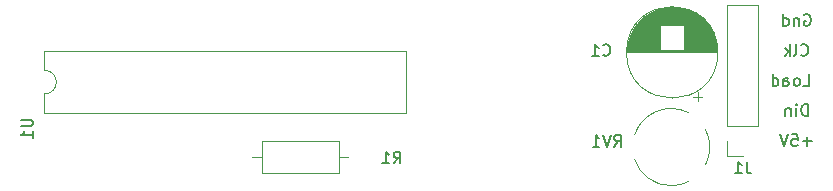
<source format=gbr>
G04 #@! TF.GenerationSoftware,KiCad,Pcbnew,(5.1.6)-1*
G04 #@! TF.CreationDate,2020-08-22T14:04:35+03:00*
G04 #@! TF.ProjectId,MAX7219 THT,4d415837-3231-4392-9054-48542e6b6963,rev?*
G04 #@! TF.SameCoordinates,Original*
G04 #@! TF.FileFunction,Legend,Bot*
G04 #@! TF.FilePolarity,Positive*
%FSLAX46Y46*%
G04 Gerber Fmt 4.6, Leading zero omitted, Abs format (unit mm)*
G04 Created by KiCad (PCBNEW (5.1.6)-1) date 2020-08-22 14:04:35*
%MOMM*%
%LPD*%
G01*
G04 APERTURE LIST*
%ADD10C,0.200000*%
%ADD11C,0.120000*%
%ADD12C,0.150000*%
G04 APERTURE END LIST*
D10*
X206787619Y-40076380D02*
X207263809Y-40076380D01*
X207263809Y-39076380D01*
X206311428Y-40076380D02*
X206406666Y-40028761D01*
X206454285Y-39981142D01*
X206501904Y-39885904D01*
X206501904Y-39600190D01*
X206454285Y-39504952D01*
X206406666Y-39457333D01*
X206311428Y-39409714D01*
X206168571Y-39409714D01*
X206073333Y-39457333D01*
X206025714Y-39504952D01*
X205978095Y-39600190D01*
X205978095Y-39885904D01*
X206025714Y-39981142D01*
X206073333Y-40028761D01*
X206168571Y-40076380D01*
X206311428Y-40076380D01*
X205120952Y-40076380D02*
X205120952Y-39552571D01*
X205168571Y-39457333D01*
X205263809Y-39409714D01*
X205454285Y-39409714D01*
X205549523Y-39457333D01*
X205120952Y-40028761D02*
X205216190Y-40076380D01*
X205454285Y-40076380D01*
X205549523Y-40028761D01*
X205597142Y-39933523D01*
X205597142Y-39838285D01*
X205549523Y-39743047D01*
X205454285Y-39695428D01*
X205216190Y-39695428D01*
X205120952Y-39647809D01*
X204216190Y-40076380D02*
X204216190Y-39076380D01*
X204216190Y-40028761D02*
X204311428Y-40076380D01*
X204501904Y-40076380D01*
X204597142Y-40028761D01*
X204644761Y-39981142D01*
X204692380Y-39885904D01*
X204692380Y-39600190D01*
X204644761Y-39504952D01*
X204597142Y-39457333D01*
X204501904Y-39409714D01*
X204311428Y-39409714D01*
X204216190Y-39457333D01*
X207200380Y-42616380D02*
X207200380Y-41616380D01*
X206962285Y-41616380D01*
X206819428Y-41664000D01*
X206724190Y-41759238D01*
X206676571Y-41854476D01*
X206628952Y-42044952D01*
X206628952Y-42187809D01*
X206676571Y-42378285D01*
X206724190Y-42473523D01*
X206819428Y-42568761D01*
X206962285Y-42616380D01*
X207200380Y-42616380D01*
X206200380Y-42616380D02*
X206200380Y-41949714D01*
X206200380Y-41616380D02*
X206248000Y-41664000D01*
X206200380Y-41711619D01*
X206152761Y-41664000D01*
X206200380Y-41616380D01*
X206200380Y-41711619D01*
X205724190Y-41949714D02*
X205724190Y-42616380D01*
X205724190Y-42044952D02*
X205676571Y-41997333D01*
X205581333Y-41949714D01*
X205438476Y-41949714D01*
X205343238Y-41997333D01*
X205295619Y-42092571D01*
X205295619Y-42616380D01*
X206605142Y-37441142D02*
X206652761Y-37488761D01*
X206795619Y-37536380D01*
X206890857Y-37536380D01*
X207033714Y-37488761D01*
X207128952Y-37393523D01*
X207176571Y-37298285D01*
X207224190Y-37107809D01*
X207224190Y-36964952D01*
X207176571Y-36774476D01*
X207128952Y-36679238D01*
X207033714Y-36584000D01*
X206890857Y-36536380D01*
X206795619Y-36536380D01*
X206652761Y-36584000D01*
X206605142Y-36631619D01*
X206033714Y-37536380D02*
X206128952Y-37488761D01*
X206176571Y-37393523D01*
X206176571Y-36536380D01*
X205652761Y-37536380D02*
X205652761Y-36536380D01*
X205557523Y-37155428D02*
X205271809Y-37536380D01*
X205271809Y-36869714D02*
X205652761Y-37250666D01*
X206890857Y-34044000D02*
X206986095Y-33996380D01*
X207128952Y-33996380D01*
X207271809Y-34044000D01*
X207367047Y-34139238D01*
X207414666Y-34234476D01*
X207462285Y-34424952D01*
X207462285Y-34567809D01*
X207414666Y-34758285D01*
X207367047Y-34853523D01*
X207271809Y-34948761D01*
X207128952Y-34996380D01*
X207033714Y-34996380D01*
X206890857Y-34948761D01*
X206843238Y-34901142D01*
X206843238Y-34567809D01*
X207033714Y-34567809D01*
X206414666Y-34329714D02*
X206414666Y-34996380D01*
X206414666Y-34424952D02*
X206367047Y-34377333D01*
X206271809Y-34329714D01*
X206128952Y-34329714D01*
X206033714Y-34377333D01*
X205986095Y-34472571D01*
X205986095Y-34996380D01*
X205081333Y-34996380D02*
X205081333Y-33996380D01*
X205081333Y-34948761D02*
X205176571Y-34996380D01*
X205367047Y-34996380D01*
X205462285Y-34948761D01*
X205509904Y-34901142D01*
X205557523Y-34805904D01*
X205557523Y-34520190D01*
X205509904Y-34424952D01*
X205462285Y-34377333D01*
X205367047Y-34329714D01*
X205176571Y-34329714D01*
X205081333Y-34377333D01*
X207533714Y-44775428D02*
X206771809Y-44775428D01*
X207152761Y-45156380D02*
X207152761Y-44394476D01*
X205819428Y-44156380D02*
X206295619Y-44156380D01*
X206343238Y-44632571D01*
X206295619Y-44584952D01*
X206200380Y-44537333D01*
X205962285Y-44537333D01*
X205867047Y-44584952D01*
X205819428Y-44632571D01*
X205771809Y-44727809D01*
X205771809Y-44965904D01*
X205819428Y-45061142D01*
X205867047Y-45108761D01*
X205962285Y-45156380D01*
X206200380Y-45156380D01*
X206295619Y-45108761D01*
X206343238Y-45061142D01*
X205486095Y-44156380D02*
X205152761Y-45156380D01*
X204819428Y-44156380D01*
D11*
X200346000Y-33214000D02*
X203006000Y-33214000D01*
X200346000Y-43434000D02*
X200346000Y-33214000D01*
X203006000Y-43434000D02*
X203006000Y-33214000D01*
X200346000Y-43434000D02*
X203006000Y-43434000D01*
X200346000Y-44704000D02*
X200346000Y-46034000D01*
X200346000Y-46034000D02*
X201676000Y-46034000D01*
X198257000Y-40998211D02*
X197507000Y-40998211D01*
X197882000Y-41373211D02*
X197882000Y-40623211D01*
X196148000Y-33390000D02*
X195266000Y-33390000D01*
X196400000Y-33430000D02*
X195014000Y-33430000D01*
X196584000Y-33470000D02*
X194830000Y-33470000D01*
X196735000Y-33510000D02*
X194679000Y-33510000D01*
X196865000Y-33550000D02*
X194549000Y-33550000D01*
X196982000Y-33590000D02*
X194432000Y-33590000D01*
X197088000Y-33630000D02*
X194326000Y-33630000D01*
X197185000Y-33670000D02*
X194229000Y-33670000D01*
X197276000Y-33710000D02*
X194138000Y-33710000D01*
X197361000Y-33750000D02*
X194053000Y-33750000D01*
X197440000Y-33790000D02*
X193974000Y-33790000D01*
X197516000Y-33830000D02*
X193898000Y-33830000D01*
X197588000Y-33870000D02*
X193826000Y-33870000D01*
X197656000Y-33910000D02*
X193758000Y-33910000D01*
X197721000Y-33950000D02*
X193693000Y-33950000D01*
X197784000Y-33990000D02*
X193630000Y-33990000D01*
X197844000Y-34030000D02*
X193570000Y-34030000D01*
X197902000Y-34070000D02*
X193512000Y-34070000D01*
X197957000Y-34110000D02*
X193457000Y-34110000D01*
X198011000Y-34150000D02*
X193403000Y-34150000D01*
X198062000Y-34190000D02*
X193352000Y-34190000D01*
X198112000Y-34230000D02*
X193302000Y-34230000D01*
X198161000Y-34270000D02*
X193253000Y-34270000D01*
X198207000Y-34310000D02*
X193207000Y-34310000D01*
X198253000Y-34350000D02*
X193161000Y-34350000D01*
X198296000Y-34390000D02*
X193118000Y-34390000D01*
X198339000Y-34430000D02*
X193075000Y-34430000D01*
X198380000Y-34470000D02*
X193034000Y-34470000D01*
X198420000Y-34510000D02*
X192994000Y-34510000D01*
X198459000Y-34550000D02*
X192955000Y-34550000D01*
X198497000Y-34590000D02*
X192917000Y-34590000D01*
X198534000Y-34630000D02*
X192880000Y-34630000D01*
X198570000Y-34670000D02*
X192844000Y-34670000D01*
X198605000Y-34710000D02*
X192809000Y-34710000D01*
X198638000Y-34750000D02*
X192776000Y-34750000D01*
X198671000Y-34790000D02*
X192743000Y-34790000D01*
X198703000Y-34830000D02*
X192711000Y-34830000D01*
X198735000Y-34870000D02*
X192679000Y-34870000D01*
X198765000Y-34910000D02*
X192649000Y-34910000D01*
X194667000Y-34950000D02*
X192619000Y-34950000D01*
X198795000Y-34950000D02*
X196747000Y-34950000D01*
X194667000Y-34990000D02*
X192591000Y-34990000D01*
X198823000Y-34990000D02*
X196747000Y-34990000D01*
X194667000Y-35030000D02*
X192563000Y-35030000D01*
X198851000Y-35030000D02*
X196747000Y-35030000D01*
X194667000Y-35070000D02*
X192535000Y-35070000D01*
X198879000Y-35070000D02*
X196747000Y-35070000D01*
X194667000Y-35110000D02*
X192509000Y-35110000D01*
X198905000Y-35110000D02*
X196747000Y-35110000D01*
X194667000Y-35150000D02*
X192483000Y-35150000D01*
X198931000Y-35150000D02*
X196747000Y-35150000D01*
X194667000Y-35190000D02*
X192458000Y-35190000D01*
X198956000Y-35190000D02*
X196747000Y-35190000D01*
X194667000Y-35230000D02*
X192433000Y-35230000D01*
X198981000Y-35230000D02*
X196747000Y-35230000D01*
X194667000Y-35270000D02*
X192410000Y-35270000D01*
X199004000Y-35270000D02*
X196747000Y-35270000D01*
X194667000Y-35310000D02*
X192386000Y-35310000D01*
X199028000Y-35310000D02*
X196747000Y-35310000D01*
X194667000Y-35350000D02*
X192364000Y-35350000D01*
X199050000Y-35350000D02*
X196747000Y-35350000D01*
X194667000Y-35390000D02*
X192342000Y-35390000D01*
X199072000Y-35390000D02*
X196747000Y-35390000D01*
X194667000Y-35430000D02*
X192321000Y-35430000D01*
X199093000Y-35430000D02*
X196747000Y-35430000D01*
X194667000Y-35470000D02*
X192300000Y-35470000D01*
X199114000Y-35470000D02*
X196747000Y-35470000D01*
X194667000Y-35510000D02*
X192280000Y-35510000D01*
X199134000Y-35510000D02*
X196747000Y-35510000D01*
X194667000Y-35550000D02*
X192260000Y-35550000D01*
X199154000Y-35550000D02*
X196747000Y-35550000D01*
X194667000Y-35590000D02*
X192241000Y-35590000D01*
X199173000Y-35590000D02*
X196747000Y-35590000D01*
X194667000Y-35630000D02*
X192223000Y-35630000D01*
X199191000Y-35630000D02*
X196747000Y-35630000D01*
X194667000Y-35670000D02*
X192205000Y-35670000D01*
X199209000Y-35670000D02*
X196747000Y-35670000D01*
X194667000Y-35710000D02*
X192187000Y-35710000D01*
X199227000Y-35710000D02*
X196747000Y-35710000D01*
X194667000Y-35750000D02*
X192171000Y-35750000D01*
X199243000Y-35750000D02*
X196747000Y-35750000D01*
X194667000Y-35790000D02*
X192154000Y-35790000D01*
X199260000Y-35790000D02*
X196747000Y-35790000D01*
X194667000Y-35830000D02*
X192139000Y-35830000D01*
X199275000Y-35830000D02*
X196747000Y-35830000D01*
X194667000Y-35870000D02*
X192123000Y-35870000D01*
X199291000Y-35870000D02*
X196747000Y-35870000D01*
X194667000Y-35910000D02*
X192109000Y-35910000D01*
X199305000Y-35910000D02*
X196747000Y-35910000D01*
X194667000Y-35950000D02*
X192094000Y-35950000D01*
X199320000Y-35950000D02*
X196747000Y-35950000D01*
X194667000Y-35990000D02*
X192081000Y-35990000D01*
X199333000Y-35990000D02*
X196747000Y-35990000D01*
X194667000Y-36030000D02*
X192067000Y-36030000D01*
X199347000Y-36030000D02*
X196747000Y-36030000D01*
X194667000Y-36070000D02*
X192054000Y-36070000D01*
X199360000Y-36070000D02*
X196747000Y-36070000D01*
X194667000Y-36110000D02*
X192042000Y-36110000D01*
X199372000Y-36110000D02*
X196747000Y-36110000D01*
X194667000Y-36150000D02*
X192030000Y-36150000D01*
X199384000Y-36150000D02*
X196747000Y-36150000D01*
X194667000Y-36190000D02*
X192019000Y-36190000D01*
X199395000Y-36190000D02*
X196747000Y-36190000D01*
X194667000Y-36230000D02*
X192008000Y-36230000D01*
X199406000Y-36230000D02*
X196747000Y-36230000D01*
X194667000Y-36270000D02*
X191997000Y-36270000D01*
X199417000Y-36270000D02*
X196747000Y-36270000D01*
X194667000Y-36310000D02*
X191987000Y-36310000D01*
X199427000Y-36310000D02*
X196747000Y-36310000D01*
X194667000Y-36350000D02*
X191978000Y-36350000D01*
X199436000Y-36350000D02*
X196747000Y-36350000D01*
X194667000Y-36390000D02*
X191969000Y-36390000D01*
X199445000Y-36390000D02*
X196747000Y-36390000D01*
X194667000Y-36430000D02*
X191960000Y-36430000D01*
X199454000Y-36430000D02*
X196747000Y-36430000D01*
X194667000Y-36470000D02*
X191952000Y-36470000D01*
X199462000Y-36470000D02*
X196747000Y-36470000D01*
X194667000Y-36510000D02*
X191944000Y-36510000D01*
X199470000Y-36510000D02*
X196747000Y-36510000D01*
X194667000Y-36551000D02*
X191937000Y-36551000D01*
X199477000Y-36551000D02*
X196747000Y-36551000D01*
X194667000Y-36591000D02*
X191930000Y-36591000D01*
X199484000Y-36591000D02*
X196747000Y-36591000D01*
X194667000Y-36631000D02*
X191923000Y-36631000D01*
X199491000Y-36631000D02*
X196747000Y-36631000D01*
X194667000Y-36671000D02*
X191917000Y-36671000D01*
X199497000Y-36671000D02*
X196747000Y-36671000D01*
X194667000Y-36711000D02*
X191912000Y-36711000D01*
X199502000Y-36711000D02*
X196747000Y-36711000D01*
X194667000Y-36751000D02*
X191906000Y-36751000D01*
X199508000Y-36751000D02*
X196747000Y-36751000D01*
X194667000Y-36791000D02*
X191902000Y-36791000D01*
X199512000Y-36791000D02*
X196747000Y-36791000D01*
X194667000Y-36831000D02*
X191897000Y-36831000D01*
X199517000Y-36831000D02*
X196747000Y-36831000D01*
X194667000Y-36871000D02*
X191893000Y-36871000D01*
X199521000Y-36871000D02*
X196747000Y-36871000D01*
X194667000Y-36911000D02*
X191890000Y-36911000D01*
X199524000Y-36911000D02*
X196747000Y-36911000D01*
X194667000Y-36951000D02*
X191887000Y-36951000D01*
X199527000Y-36951000D02*
X196747000Y-36951000D01*
X194667000Y-36991000D02*
X191884000Y-36991000D01*
X199530000Y-36991000D02*
X196747000Y-36991000D01*
X199532000Y-37031000D02*
X191882000Y-37031000D01*
X199534000Y-37071000D02*
X191880000Y-37071000D01*
X199536000Y-37111000D02*
X191878000Y-37111000D01*
X199537000Y-37151000D02*
X191877000Y-37151000D01*
X199537000Y-37191000D02*
X191877000Y-37191000D01*
X199537000Y-37231000D02*
X191877000Y-37231000D01*
X199577000Y-37231000D02*
G75*
G03*
X199577000Y-37231000I-3870000J0D01*
G01*
X168251000Y-46101000D02*
X167481000Y-46101000D01*
X160171000Y-46101000D02*
X160941000Y-46101000D01*
X167481000Y-47471000D02*
X160941000Y-47471000D01*
X167481000Y-44731000D02*
X167481000Y-47471000D01*
X160941000Y-44731000D02*
X167481000Y-44731000D01*
X160941000Y-47471000D02*
X160941000Y-44731000D01*
X192528154Y-46316608D02*
G75*
G03*
X195620000Y-48522000I3091846J1064608D01*
G01*
X197103968Y-42338171D02*
G75*
G03*
X192528000Y-44188000I-1483968J-2913829D01*
G01*
X198533387Y-46737202D02*
G75*
G03*
X198534000Y-43768000I-2913387J1485202D01*
G01*
X195563137Y-48522075D02*
G75*
G03*
X197105000Y-48166000I56863J3270075D01*
G01*
X142561000Y-42401000D02*
X142561000Y-40751000D01*
X173161000Y-42401000D02*
X142561000Y-42401000D01*
X173161000Y-37101000D02*
X173161000Y-42401000D01*
X142561000Y-37101000D02*
X173161000Y-37101000D01*
X142561000Y-38751000D02*
X142561000Y-37101000D01*
X142561000Y-40751000D02*
G75*
G03*
X142561000Y-38751000I0J1000000D01*
G01*
D12*
X202009333Y-46486380D02*
X202009333Y-47200666D01*
X202056952Y-47343523D01*
X202152190Y-47438761D01*
X202295047Y-47486380D01*
X202390285Y-47486380D01*
X201009333Y-47486380D02*
X201580761Y-47486380D01*
X201295047Y-47486380D02*
X201295047Y-46486380D01*
X201390285Y-46629238D01*
X201485523Y-46724476D01*
X201580761Y-46772095D01*
X189853866Y-37441142D02*
X189901485Y-37488761D01*
X190044342Y-37536380D01*
X190139580Y-37536380D01*
X190282438Y-37488761D01*
X190377676Y-37393523D01*
X190425295Y-37298285D01*
X190472914Y-37107809D01*
X190472914Y-36964952D01*
X190425295Y-36774476D01*
X190377676Y-36679238D01*
X190282438Y-36584000D01*
X190139580Y-36536380D01*
X190044342Y-36536380D01*
X189901485Y-36584000D01*
X189853866Y-36631619D01*
X188901485Y-37536380D02*
X189472914Y-37536380D01*
X189187200Y-37536380D02*
X189187200Y-36536380D01*
X189282438Y-36679238D01*
X189377676Y-36774476D01*
X189472914Y-36822095D01*
X172124666Y-46629580D02*
X172458000Y-46153390D01*
X172696095Y-46629580D02*
X172696095Y-45629580D01*
X172315142Y-45629580D01*
X172219904Y-45677200D01*
X172172285Y-45724819D01*
X172124666Y-45820057D01*
X172124666Y-45962914D01*
X172172285Y-46058152D01*
X172219904Y-46105771D01*
X172315142Y-46153390D01*
X172696095Y-46153390D01*
X171172285Y-46629580D02*
X171743714Y-46629580D01*
X171458000Y-46629580D02*
X171458000Y-45629580D01*
X171553238Y-45772438D01*
X171648476Y-45867676D01*
X171743714Y-45915295D01*
X190790438Y-45207180D02*
X191123771Y-44730990D01*
X191361866Y-45207180D02*
X191361866Y-44207180D01*
X190980914Y-44207180D01*
X190885676Y-44254800D01*
X190838057Y-44302419D01*
X190790438Y-44397657D01*
X190790438Y-44540514D01*
X190838057Y-44635752D01*
X190885676Y-44683371D01*
X190980914Y-44730990D01*
X191361866Y-44730990D01*
X190504723Y-44207180D02*
X190171390Y-45207180D01*
X189838057Y-44207180D01*
X188980914Y-45207180D02*
X189552342Y-45207180D01*
X189266628Y-45207180D02*
X189266628Y-44207180D01*
X189361866Y-44350038D01*
X189457104Y-44445276D01*
X189552342Y-44492895D01*
X140549380Y-42926095D02*
X141358904Y-42926095D01*
X141454142Y-42973714D01*
X141501761Y-43021333D01*
X141549380Y-43116571D01*
X141549380Y-43307047D01*
X141501761Y-43402285D01*
X141454142Y-43449904D01*
X141358904Y-43497523D01*
X140549380Y-43497523D01*
X141549380Y-44497523D02*
X141549380Y-43926095D01*
X141549380Y-44211809D02*
X140549380Y-44211809D01*
X140692238Y-44116571D01*
X140787476Y-44021333D01*
X140835095Y-43926095D01*
M02*

</source>
